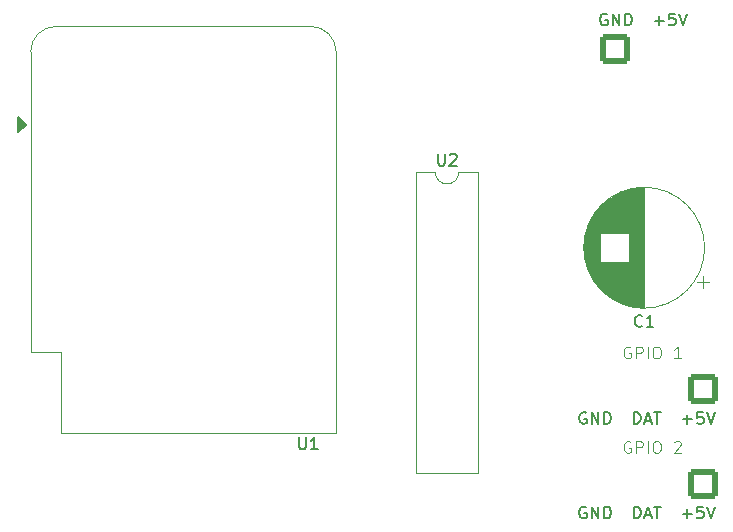
<source format=gbr>
%TF.GenerationSoftware,KiCad,Pcbnew,8.0.4*%
%TF.CreationDate,2024-09-06T23:51:22+02:00*%
%TF.ProjectId,pcb,7063622e-6b69-4636-9164-5f7063625858,rev?*%
%TF.SameCoordinates,Original*%
%TF.FileFunction,Legend,Top*%
%TF.FilePolarity,Positive*%
%FSLAX46Y46*%
G04 Gerber Fmt 4.6, Leading zero omitted, Abs format (unit mm)*
G04 Created by KiCad (PCBNEW 8.0.4) date 2024-09-06 23:51:22*
%MOMM*%
%LPD*%
G01*
G04 APERTURE LIST*
G04 Aperture macros list*
%AMRoundRect*
0 Rectangle with rounded corners*
0 $1 Rounding radius*
0 $2 $3 $4 $5 $6 $7 $8 $9 X,Y pos of 4 corners*
0 Add a 4 corners polygon primitive as box body*
4,1,4,$2,$3,$4,$5,$6,$7,$8,$9,$2,$3,0*
0 Add four circle primitives for the rounded corners*
1,1,$1+$1,$2,$3*
1,1,$1+$1,$4,$5*
1,1,$1+$1,$6,$7*
1,1,$1+$1,$8,$9*
0 Add four rect primitives between the rounded corners*
20,1,$1+$1,$2,$3,$4,$5,0*
20,1,$1+$1,$4,$5,$6,$7,0*
20,1,$1+$1,$6,$7,$8,$9,0*
20,1,$1+$1,$8,$9,$2,$3,0*%
G04 Aperture macros list end*
%ADD10C,0.100000*%
%ADD11C,0.150000*%
%ADD12C,0.120000*%
%ADD13C,2.550000*%
%ADD14RoundRect,0.249999X1.025001X1.025001X-1.025001X1.025001X-1.025001X-1.025001X1.025001X-1.025001X0*%
%ADD15R,1.600000X1.600000*%
%ADD16O,1.600000X1.600000*%
%ADD17RoundRect,0.249999X-1.025001X-1.025001X1.025001X-1.025001X1.025001X1.025001X-1.025001X1.025001X0*%
%ADD18R,2.000000X2.000000*%
%ADD19O,2.000000X1.600000*%
%ADD20C,2.000000*%
G04 APERTURE END LIST*
D10*
X126327693Y-89920038D02*
X126232455Y-89872419D01*
X126232455Y-89872419D02*
X126089598Y-89872419D01*
X126089598Y-89872419D02*
X125946741Y-89920038D01*
X125946741Y-89920038D02*
X125851503Y-90015276D01*
X125851503Y-90015276D02*
X125803884Y-90110514D01*
X125803884Y-90110514D02*
X125756265Y-90300990D01*
X125756265Y-90300990D02*
X125756265Y-90443847D01*
X125756265Y-90443847D02*
X125803884Y-90634323D01*
X125803884Y-90634323D02*
X125851503Y-90729561D01*
X125851503Y-90729561D02*
X125946741Y-90824800D01*
X125946741Y-90824800D02*
X126089598Y-90872419D01*
X126089598Y-90872419D02*
X126184836Y-90872419D01*
X126184836Y-90872419D02*
X126327693Y-90824800D01*
X126327693Y-90824800D02*
X126375312Y-90777180D01*
X126375312Y-90777180D02*
X126375312Y-90443847D01*
X126375312Y-90443847D02*
X126184836Y-90443847D01*
X126803884Y-90872419D02*
X126803884Y-89872419D01*
X126803884Y-89872419D02*
X127184836Y-89872419D01*
X127184836Y-89872419D02*
X127280074Y-89920038D01*
X127280074Y-89920038D02*
X127327693Y-89967657D01*
X127327693Y-89967657D02*
X127375312Y-90062895D01*
X127375312Y-90062895D02*
X127375312Y-90205752D01*
X127375312Y-90205752D02*
X127327693Y-90300990D01*
X127327693Y-90300990D02*
X127280074Y-90348609D01*
X127280074Y-90348609D02*
X127184836Y-90396228D01*
X127184836Y-90396228D02*
X126803884Y-90396228D01*
X127803884Y-90872419D02*
X127803884Y-89872419D01*
X128470550Y-89872419D02*
X128661026Y-89872419D01*
X128661026Y-89872419D02*
X128756264Y-89920038D01*
X128756264Y-89920038D02*
X128851502Y-90015276D01*
X128851502Y-90015276D02*
X128899121Y-90205752D01*
X128899121Y-90205752D02*
X128899121Y-90539085D01*
X128899121Y-90539085D02*
X128851502Y-90729561D01*
X128851502Y-90729561D02*
X128756264Y-90824800D01*
X128756264Y-90824800D02*
X128661026Y-90872419D01*
X128661026Y-90872419D02*
X128470550Y-90872419D01*
X128470550Y-90872419D02*
X128375312Y-90824800D01*
X128375312Y-90824800D02*
X128280074Y-90729561D01*
X128280074Y-90729561D02*
X128232455Y-90539085D01*
X128232455Y-90539085D02*
X128232455Y-90205752D01*
X128232455Y-90205752D02*
X128280074Y-90015276D01*
X128280074Y-90015276D02*
X128375312Y-89920038D01*
X128375312Y-89920038D02*
X128470550Y-89872419D01*
X130041979Y-89967657D02*
X130089598Y-89920038D01*
X130089598Y-89920038D02*
X130184836Y-89872419D01*
X130184836Y-89872419D02*
X130422931Y-89872419D01*
X130422931Y-89872419D02*
X130518169Y-89920038D01*
X130518169Y-89920038D02*
X130565788Y-89967657D01*
X130565788Y-89967657D02*
X130613407Y-90062895D01*
X130613407Y-90062895D02*
X130613407Y-90158133D01*
X130613407Y-90158133D02*
X130565788Y-90300990D01*
X130565788Y-90300990D02*
X129994360Y-90872419D01*
X129994360Y-90872419D02*
X130613407Y-90872419D01*
X126327693Y-81920038D02*
X126232455Y-81872419D01*
X126232455Y-81872419D02*
X126089598Y-81872419D01*
X126089598Y-81872419D02*
X125946741Y-81920038D01*
X125946741Y-81920038D02*
X125851503Y-82015276D01*
X125851503Y-82015276D02*
X125803884Y-82110514D01*
X125803884Y-82110514D02*
X125756265Y-82300990D01*
X125756265Y-82300990D02*
X125756265Y-82443847D01*
X125756265Y-82443847D02*
X125803884Y-82634323D01*
X125803884Y-82634323D02*
X125851503Y-82729561D01*
X125851503Y-82729561D02*
X125946741Y-82824800D01*
X125946741Y-82824800D02*
X126089598Y-82872419D01*
X126089598Y-82872419D02*
X126184836Y-82872419D01*
X126184836Y-82872419D02*
X126327693Y-82824800D01*
X126327693Y-82824800D02*
X126375312Y-82777180D01*
X126375312Y-82777180D02*
X126375312Y-82443847D01*
X126375312Y-82443847D02*
X126184836Y-82443847D01*
X126803884Y-82872419D02*
X126803884Y-81872419D01*
X126803884Y-81872419D02*
X127184836Y-81872419D01*
X127184836Y-81872419D02*
X127280074Y-81920038D01*
X127280074Y-81920038D02*
X127327693Y-81967657D01*
X127327693Y-81967657D02*
X127375312Y-82062895D01*
X127375312Y-82062895D02*
X127375312Y-82205752D01*
X127375312Y-82205752D02*
X127327693Y-82300990D01*
X127327693Y-82300990D02*
X127280074Y-82348609D01*
X127280074Y-82348609D02*
X127184836Y-82396228D01*
X127184836Y-82396228D02*
X126803884Y-82396228D01*
X127803884Y-82872419D02*
X127803884Y-81872419D01*
X128470550Y-81872419D02*
X128661026Y-81872419D01*
X128661026Y-81872419D02*
X128756264Y-81920038D01*
X128756264Y-81920038D02*
X128851502Y-82015276D01*
X128851502Y-82015276D02*
X128899121Y-82205752D01*
X128899121Y-82205752D02*
X128899121Y-82539085D01*
X128899121Y-82539085D02*
X128851502Y-82729561D01*
X128851502Y-82729561D02*
X128756264Y-82824800D01*
X128756264Y-82824800D02*
X128661026Y-82872419D01*
X128661026Y-82872419D02*
X128470550Y-82872419D01*
X128470550Y-82872419D02*
X128375312Y-82824800D01*
X128375312Y-82824800D02*
X128280074Y-82729561D01*
X128280074Y-82729561D02*
X128232455Y-82539085D01*
X128232455Y-82539085D02*
X128232455Y-82205752D01*
X128232455Y-82205752D02*
X128280074Y-82015276D01*
X128280074Y-82015276D02*
X128375312Y-81920038D01*
X128375312Y-81920038D02*
X128470550Y-81872419D01*
X130613407Y-82872419D02*
X130041979Y-82872419D01*
X130327693Y-82872419D02*
X130327693Y-81872419D01*
X130327693Y-81872419D02*
X130232455Y-82015276D01*
X130232455Y-82015276D02*
X130137217Y-82110514D01*
X130137217Y-82110514D02*
X130041979Y-82158133D01*
D11*
X122580951Y-87472438D02*
X122485713Y-87424819D01*
X122485713Y-87424819D02*
X122342856Y-87424819D01*
X122342856Y-87424819D02*
X122199999Y-87472438D01*
X122199999Y-87472438D02*
X122104761Y-87567676D01*
X122104761Y-87567676D02*
X122057142Y-87662914D01*
X122057142Y-87662914D02*
X122009523Y-87853390D01*
X122009523Y-87853390D02*
X122009523Y-87996247D01*
X122009523Y-87996247D02*
X122057142Y-88186723D01*
X122057142Y-88186723D02*
X122104761Y-88281961D01*
X122104761Y-88281961D02*
X122199999Y-88377200D01*
X122199999Y-88377200D02*
X122342856Y-88424819D01*
X122342856Y-88424819D02*
X122438094Y-88424819D01*
X122438094Y-88424819D02*
X122580951Y-88377200D01*
X122580951Y-88377200D02*
X122628570Y-88329580D01*
X122628570Y-88329580D02*
X122628570Y-87996247D01*
X122628570Y-87996247D02*
X122438094Y-87996247D01*
X123057142Y-88424819D02*
X123057142Y-87424819D01*
X123057142Y-87424819D02*
X123628570Y-88424819D01*
X123628570Y-88424819D02*
X123628570Y-87424819D01*
X124104761Y-88424819D02*
X124104761Y-87424819D01*
X124104761Y-87424819D02*
X124342856Y-87424819D01*
X124342856Y-87424819D02*
X124485713Y-87472438D01*
X124485713Y-87472438D02*
X124580951Y-87567676D01*
X124580951Y-87567676D02*
X124628570Y-87662914D01*
X124628570Y-87662914D02*
X124676189Y-87853390D01*
X124676189Y-87853390D02*
X124676189Y-87996247D01*
X124676189Y-87996247D02*
X124628570Y-88186723D01*
X124628570Y-88186723D02*
X124580951Y-88281961D01*
X124580951Y-88281961D02*
X124485713Y-88377200D01*
X124485713Y-88377200D02*
X124342856Y-88424819D01*
X124342856Y-88424819D02*
X124104761Y-88424819D01*
X126628571Y-88424819D02*
X126628571Y-87424819D01*
X126628571Y-87424819D02*
X126866666Y-87424819D01*
X126866666Y-87424819D02*
X127009523Y-87472438D01*
X127009523Y-87472438D02*
X127104761Y-87567676D01*
X127104761Y-87567676D02*
X127152380Y-87662914D01*
X127152380Y-87662914D02*
X127199999Y-87853390D01*
X127199999Y-87853390D02*
X127199999Y-87996247D01*
X127199999Y-87996247D02*
X127152380Y-88186723D01*
X127152380Y-88186723D02*
X127104761Y-88281961D01*
X127104761Y-88281961D02*
X127009523Y-88377200D01*
X127009523Y-88377200D02*
X126866666Y-88424819D01*
X126866666Y-88424819D02*
X126628571Y-88424819D01*
X127580952Y-88139104D02*
X128057142Y-88139104D01*
X127485714Y-88424819D02*
X127819047Y-87424819D01*
X127819047Y-87424819D02*
X128152380Y-88424819D01*
X128342857Y-87424819D02*
X128914285Y-87424819D01*
X128628571Y-88424819D02*
X128628571Y-87424819D01*
X130771429Y-88043866D02*
X131533334Y-88043866D01*
X131152381Y-88424819D02*
X131152381Y-87662914D01*
X132485714Y-87424819D02*
X132009524Y-87424819D01*
X132009524Y-87424819D02*
X131961905Y-87901009D01*
X131961905Y-87901009D02*
X132009524Y-87853390D01*
X132009524Y-87853390D02*
X132104762Y-87805771D01*
X132104762Y-87805771D02*
X132342857Y-87805771D01*
X132342857Y-87805771D02*
X132438095Y-87853390D01*
X132438095Y-87853390D02*
X132485714Y-87901009D01*
X132485714Y-87901009D02*
X132533333Y-87996247D01*
X132533333Y-87996247D02*
X132533333Y-88234342D01*
X132533333Y-88234342D02*
X132485714Y-88329580D01*
X132485714Y-88329580D02*
X132438095Y-88377200D01*
X132438095Y-88377200D02*
X132342857Y-88424819D01*
X132342857Y-88424819D02*
X132104762Y-88424819D01*
X132104762Y-88424819D02*
X132009524Y-88377200D01*
X132009524Y-88377200D02*
X131961905Y-88329580D01*
X132819048Y-87424819D02*
X133152381Y-88424819D01*
X133152381Y-88424819D02*
X133485714Y-87424819D01*
X110048095Y-65544819D02*
X110048095Y-66354342D01*
X110048095Y-66354342D02*
X110095714Y-66449580D01*
X110095714Y-66449580D02*
X110143333Y-66497200D01*
X110143333Y-66497200D02*
X110238571Y-66544819D01*
X110238571Y-66544819D02*
X110429047Y-66544819D01*
X110429047Y-66544819D02*
X110524285Y-66497200D01*
X110524285Y-66497200D02*
X110571904Y-66449580D01*
X110571904Y-66449580D02*
X110619523Y-66354342D01*
X110619523Y-66354342D02*
X110619523Y-65544819D01*
X111048095Y-65640057D02*
X111095714Y-65592438D01*
X111095714Y-65592438D02*
X111190952Y-65544819D01*
X111190952Y-65544819D02*
X111429047Y-65544819D01*
X111429047Y-65544819D02*
X111524285Y-65592438D01*
X111524285Y-65592438D02*
X111571904Y-65640057D01*
X111571904Y-65640057D02*
X111619523Y-65735295D01*
X111619523Y-65735295D02*
X111619523Y-65830533D01*
X111619523Y-65830533D02*
X111571904Y-65973390D01*
X111571904Y-65973390D02*
X111000476Y-66544819D01*
X111000476Y-66544819D02*
X111619523Y-66544819D01*
X124352380Y-53732438D02*
X124257142Y-53684819D01*
X124257142Y-53684819D02*
X124114285Y-53684819D01*
X124114285Y-53684819D02*
X123971428Y-53732438D01*
X123971428Y-53732438D02*
X123876190Y-53827676D01*
X123876190Y-53827676D02*
X123828571Y-53922914D01*
X123828571Y-53922914D02*
X123780952Y-54113390D01*
X123780952Y-54113390D02*
X123780952Y-54256247D01*
X123780952Y-54256247D02*
X123828571Y-54446723D01*
X123828571Y-54446723D02*
X123876190Y-54541961D01*
X123876190Y-54541961D02*
X123971428Y-54637200D01*
X123971428Y-54637200D02*
X124114285Y-54684819D01*
X124114285Y-54684819D02*
X124209523Y-54684819D01*
X124209523Y-54684819D02*
X124352380Y-54637200D01*
X124352380Y-54637200D02*
X124399999Y-54589580D01*
X124399999Y-54589580D02*
X124399999Y-54256247D01*
X124399999Y-54256247D02*
X124209523Y-54256247D01*
X124828571Y-54684819D02*
X124828571Y-53684819D01*
X124828571Y-53684819D02*
X125399999Y-54684819D01*
X125399999Y-54684819D02*
X125399999Y-53684819D01*
X125876190Y-54684819D02*
X125876190Y-53684819D01*
X125876190Y-53684819D02*
X126114285Y-53684819D01*
X126114285Y-53684819D02*
X126257142Y-53732438D01*
X126257142Y-53732438D02*
X126352380Y-53827676D01*
X126352380Y-53827676D02*
X126399999Y-53922914D01*
X126399999Y-53922914D02*
X126447618Y-54113390D01*
X126447618Y-54113390D02*
X126447618Y-54256247D01*
X126447618Y-54256247D02*
X126399999Y-54446723D01*
X126399999Y-54446723D02*
X126352380Y-54541961D01*
X126352380Y-54541961D02*
X126257142Y-54637200D01*
X126257142Y-54637200D02*
X126114285Y-54684819D01*
X126114285Y-54684819D02*
X125876190Y-54684819D01*
X128400000Y-54303866D02*
X129161905Y-54303866D01*
X128780952Y-54684819D02*
X128780952Y-53922914D01*
X130114285Y-53684819D02*
X129638095Y-53684819D01*
X129638095Y-53684819D02*
X129590476Y-54161009D01*
X129590476Y-54161009D02*
X129638095Y-54113390D01*
X129638095Y-54113390D02*
X129733333Y-54065771D01*
X129733333Y-54065771D02*
X129971428Y-54065771D01*
X129971428Y-54065771D02*
X130066666Y-54113390D01*
X130066666Y-54113390D02*
X130114285Y-54161009D01*
X130114285Y-54161009D02*
X130161904Y-54256247D01*
X130161904Y-54256247D02*
X130161904Y-54494342D01*
X130161904Y-54494342D02*
X130114285Y-54589580D01*
X130114285Y-54589580D02*
X130066666Y-54637200D01*
X130066666Y-54637200D02*
X129971428Y-54684819D01*
X129971428Y-54684819D02*
X129733333Y-54684819D01*
X129733333Y-54684819D02*
X129638095Y-54637200D01*
X129638095Y-54637200D02*
X129590476Y-54589580D01*
X130447619Y-53684819D02*
X130780952Y-54684819D01*
X130780952Y-54684819D02*
X131114285Y-53684819D01*
X122580951Y-95472438D02*
X122485713Y-95424819D01*
X122485713Y-95424819D02*
X122342856Y-95424819D01*
X122342856Y-95424819D02*
X122199999Y-95472438D01*
X122199999Y-95472438D02*
X122104761Y-95567676D01*
X122104761Y-95567676D02*
X122057142Y-95662914D01*
X122057142Y-95662914D02*
X122009523Y-95853390D01*
X122009523Y-95853390D02*
X122009523Y-95996247D01*
X122009523Y-95996247D02*
X122057142Y-96186723D01*
X122057142Y-96186723D02*
X122104761Y-96281961D01*
X122104761Y-96281961D02*
X122199999Y-96377200D01*
X122199999Y-96377200D02*
X122342856Y-96424819D01*
X122342856Y-96424819D02*
X122438094Y-96424819D01*
X122438094Y-96424819D02*
X122580951Y-96377200D01*
X122580951Y-96377200D02*
X122628570Y-96329580D01*
X122628570Y-96329580D02*
X122628570Y-95996247D01*
X122628570Y-95996247D02*
X122438094Y-95996247D01*
X123057142Y-96424819D02*
X123057142Y-95424819D01*
X123057142Y-95424819D02*
X123628570Y-96424819D01*
X123628570Y-96424819D02*
X123628570Y-95424819D01*
X124104761Y-96424819D02*
X124104761Y-95424819D01*
X124104761Y-95424819D02*
X124342856Y-95424819D01*
X124342856Y-95424819D02*
X124485713Y-95472438D01*
X124485713Y-95472438D02*
X124580951Y-95567676D01*
X124580951Y-95567676D02*
X124628570Y-95662914D01*
X124628570Y-95662914D02*
X124676189Y-95853390D01*
X124676189Y-95853390D02*
X124676189Y-95996247D01*
X124676189Y-95996247D02*
X124628570Y-96186723D01*
X124628570Y-96186723D02*
X124580951Y-96281961D01*
X124580951Y-96281961D02*
X124485713Y-96377200D01*
X124485713Y-96377200D02*
X124342856Y-96424819D01*
X124342856Y-96424819D02*
X124104761Y-96424819D01*
X126628571Y-96424819D02*
X126628571Y-95424819D01*
X126628571Y-95424819D02*
X126866666Y-95424819D01*
X126866666Y-95424819D02*
X127009523Y-95472438D01*
X127009523Y-95472438D02*
X127104761Y-95567676D01*
X127104761Y-95567676D02*
X127152380Y-95662914D01*
X127152380Y-95662914D02*
X127199999Y-95853390D01*
X127199999Y-95853390D02*
X127199999Y-95996247D01*
X127199999Y-95996247D02*
X127152380Y-96186723D01*
X127152380Y-96186723D02*
X127104761Y-96281961D01*
X127104761Y-96281961D02*
X127009523Y-96377200D01*
X127009523Y-96377200D02*
X126866666Y-96424819D01*
X126866666Y-96424819D02*
X126628571Y-96424819D01*
X127580952Y-96139104D02*
X128057142Y-96139104D01*
X127485714Y-96424819D02*
X127819047Y-95424819D01*
X127819047Y-95424819D02*
X128152380Y-96424819D01*
X128342857Y-95424819D02*
X128914285Y-95424819D01*
X128628571Y-96424819D02*
X128628571Y-95424819D01*
X130771429Y-96043866D02*
X131533334Y-96043866D01*
X131152381Y-96424819D02*
X131152381Y-95662914D01*
X132485714Y-95424819D02*
X132009524Y-95424819D01*
X132009524Y-95424819D02*
X131961905Y-95901009D01*
X131961905Y-95901009D02*
X132009524Y-95853390D01*
X132009524Y-95853390D02*
X132104762Y-95805771D01*
X132104762Y-95805771D02*
X132342857Y-95805771D01*
X132342857Y-95805771D02*
X132438095Y-95853390D01*
X132438095Y-95853390D02*
X132485714Y-95901009D01*
X132485714Y-95901009D02*
X132533333Y-95996247D01*
X132533333Y-95996247D02*
X132533333Y-96234342D01*
X132533333Y-96234342D02*
X132485714Y-96329580D01*
X132485714Y-96329580D02*
X132438095Y-96377200D01*
X132438095Y-96377200D02*
X132342857Y-96424819D01*
X132342857Y-96424819D02*
X132104762Y-96424819D01*
X132104762Y-96424819D02*
X132009524Y-96377200D01*
X132009524Y-96377200D02*
X131961905Y-96329580D01*
X132819048Y-95424819D02*
X133152381Y-96424819D01*
X133152381Y-96424819D02*
X133485714Y-95424819D01*
X98293095Y-89564819D02*
X98293095Y-90374342D01*
X98293095Y-90374342D02*
X98340714Y-90469580D01*
X98340714Y-90469580D02*
X98388333Y-90517200D01*
X98388333Y-90517200D02*
X98483571Y-90564819D01*
X98483571Y-90564819D02*
X98674047Y-90564819D01*
X98674047Y-90564819D02*
X98769285Y-90517200D01*
X98769285Y-90517200D02*
X98816904Y-90469580D01*
X98816904Y-90469580D02*
X98864523Y-90374342D01*
X98864523Y-90374342D02*
X98864523Y-89564819D01*
X99864523Y-90564819D02*
X99293095Y-90564819D01*
X99578809Y-90564819D02*
X99578809Y-89564819D01*
X99578809Y-89564819D02*
X99483571Y-89707676D01*
X99483571Y-89707676D02*
X99388333Y-89802914D01*
X99388333Y-89802914D02*
X99293095Y-89850533D01*
X127333333Y-80109580D02*
X127285714Y-80157200D01*
X127285714Y-80157200D02*
X127142857Y-80204819D01*
X127142857Y-80204819D02*
X127047619Y-80204819D01*
X127047619Y-80204819D02*
X126904762Y-80157200D01*
X126904762Y-80157200D02*
X126809524Y-80061961D01*
X126809524Y-80061961D02*
X126761905Y-79966723D01*
X126761905Y-79966723D02*
X126714286Y-79776247D01*
X126714286Y-79776247D02*
X126714286Y-79633390D01*
X126714286Y-79633390D02*
X126761905Y-79442914D01*
X126761905Y-79442914D02*
X126809524Y-79347676D01*
X126809524Y-79347676D02*
X126904762Y-79252438D01*
X126904762Y-79252438D02*
X127047619Y-79204819D01*
X127047619Y-79204819D02*
X127142857Y-79204819D01*
X127142857Y-79204819D02*
X127285714Y-79252438D01*
X127285714Y-79252438D02*
X127333333Y-79300057D01*
X128285714Y-80204819D02*
X127714286Y-80204819D01*
X128000000Y-80204819D02*
X128000000Y-79204819D01*
X128000000Y-79204819D02*
X127904762Y-79347676D01*
X127904762Y-79347676D02*
X127809524Y-79442914D01*
X127809524Y-79442914D02*
X127714286Y-79490533D01*
D12*
%TO.C,U2*%
X108160000Y-67090000D02*
X108160000Y-92610000D01*
X108160000Y-92610000D02*
X113460000Y-92610000D01*
X109810000Y-67090000D02*
X108160000Y-67090000D01*
X113460000Y-67090000D02*
X111810000Y-67090000D01*
X113460000Y-92610000D02*
X113460000Y-67090000D01*
X111810000Y-67090000D02*
G75*
G02*
X109810000Y-67090000I-1000000J0D01*
G01*
%TO.C,U1*%
X75555000Y-82330000D02*
X75555000Y-56900000D01*
X75555000Y-82330000D02*
X78095000Y-82330000D01*
X78095000Y-82330000D02*
X78095000Y-89230000D01*
X78095000Y-89230000D02*
X101415000Y-89230000D01*
X99295000Y-54770000D02*
X77685000Y-54770000D01*
X101415000Y-89230000D02*
X101415000Y-56900000D01*
X75555000Y-56900000D02*
G75*
G02*
X77685000Y-54770000I2130002J-2D01*
G01*
X99285000Y-54770000D02*
G75*
G02*
X101415000Y-56900000I0J-2130000D01*
G01*
D11*
X75150000Y-63110000D02*
X74515000Y-63745000D01*
X74515000Y-62475000D01*
X75150000Y-63110000D01*
G36*
X75150000Y-63110000D02*
G01*
X74515000Y-63745000D01*
X74515000Y-62475000D01*
X75150000Y-63110000D01*
G37*
D12*
%TO.C,C1*%
X132979646Y-76375000D02*
X131979646Y-76375000D01*
X132479646Y-76875000D02*
X132479646Y-75875000D01*
X127500000Y-78580000D02*
X127500000Y-68420000D01*
X127460000Y-78580000D02*
X127460000Y-68420000D01*
X127420000Y-78580000D02*
X127420000Y-68420000D01*
X127380000Y-78579000D02*
X127380000Y-68421000D01*
X127340000Y-78578000D02*
X127340000Y-68422000D01*
X127300000Y-78577000D02*
X127300000Y-68423000D01*
X127260000Y-78575000D02*
X127260000Y-68425000D01*
X127220000Y-78573000D02*
X127220000Y-68427000D01*
X127180000Y-78570000D02*
X127180000Y-68430000D01*
X127140000Y-78568000D02*
X127140000Y-68432000D01*
X127100000Y-78565000D02*
X127100000Y-68435000D01*
X127060000Y-78562000D02*
X127060000Y-68438000D01*
X127020000Y-78558000D02*
X127020000Y-68442000D01*
X126980000Y-78554000D02*
X126980000Y-68446000D01*
X126940000Y-78550000D02*
X126940000Y-68450000D01*
X126900000Y-78545000D02*
X126900000Y-68455000D01*
X126860000Y-78540000D02*
X126860000Y-68460000D01*
X126820000Y-78535000D02*
X126820000Y-68465000D01*
X126779000Y-78530000D02*
X126779000Y-68470000D01*
X126739000Y-78524000D02*
X126739000Y-68476000D01*
X126699000Y-78518000D02*
X126699000Y-68482000D01*
X126659000Y-78511000D02*
X126659000Y-68489000D01*
X126619000Y-78504000D02*
X126619000Y-68496000D01*
X126579000Y-78497000D02*
X126579000Y-68503000D01*
X126539000Y-78490000D02*
X126539000Y-68510000D01*
X126499000Y-78482000D02*
X126499000Y-68518000D01*
X126459000Y-78474000D02*
X126459000Y-68526000D01*
X126419000Y-78465000D02*
X126419000Y-68535000D01*
X126379000Y-78456000D02*
X126379000Y-68544000D01*
X126339000Y-78447000D02*
X126339000Y-68553000D01*
X126299000Y-78438000D02*
X126299000Y-68562000D01*
X126259000Y-78428000D02*
X126259000Y-68572000D01*
X126219000Y-78418000D02*
X126219000Y-74741000D01*
X126219000Y-72259000D02*
X126219000Y-68582000D01*
X126179000Y-78407000D02*
X126179000Y-74741000D01*
X126179000Y-72259000D02*
X126179000Y-68593000D01*
X126139000Y-78397000D02*
X126139000Y-74741000D01*
X126139000Y-72259000D02*
X126139000Y-68603000D01*
X126099000Y-78385000D02*
X126099000Y-74741000D01*
X126099000Y-72259000D02*
X126099000Y-68615000D01*
X126059000Y-78374000D02*
X126059000Y-74741000D01*
X126059000Y-72259000D02*
X126059000Y-68626000D01*
X126019000Y-78362000D02*
X126019000Y-74741000D01*
X126019000Y-72259000D02*
X126019000Y-68638000D01*
X125979000Y-78350000D02*
X125979000Y-74741000D01*
X125979000Y-72259000D02*
X125979000Y-68650000D01*
X125939000Y-78337000D02*
X125939000Y-74741000D01*
X125939000Y-72259000D02*
X125939000Y-68663000D01*
X125899000Y-78324000D02*
X125899000Y-74741000D01*
X125899000Y-72259000D02*
X125899000Y-68676000D01*
X125859000Y-78311000D02*
X125859000Y-74741000D01*
X125859000Y-72259000D02*
X125859000Y-68689000D01*
X125819000Y-78297000D02*
X125819000Y-74741000D01*
X125819000Y-72259000D02*
X125819000Y-68703000D01*
X125779000Y-78283000D02*
X125779000Y-74741000D01*
X125779000Y-72259000D02*
X125779000Y-68717000D01*
X125739000Y-78268000D02*
X125739000Y-74741000D01*
X125739000Y-72259000D02*
X125739000Y-68732000D01*
X125699000Y-78254000D02*
X125699000Y-74741000D01*
X125699000Y-72259000D02*
X125699000Y-68746000D01*
X125659000Y-78238000D02*
X125659000Y-74741000D01*
X125659000Y-72259000D02*
X125659000Y-68762000D01*
X125619000Y-78223000D02*
X125619000Y-74741000D01*
X125619000Y-72259000D02*
X125619000Y-68777000D01*
X125579000Y-78207000D02*
X125579000Y-74741000D01*
X125579000Y-72259000D02*
X125579000Y-68793000D01*
X125539000Y-78190000D02*
X125539000Y-74741000D01*
X125539000Y-72259000D02*
X125539000Y-68810000D01*
X125499000Y-78174000D02*
X125499000Y-74741000D01*
X125499000Y-72259000D02*
X125499000Y-68826000D01*
X125459000Y-78157000D02*
X125459000Y-74741000D01*
X125459000Y-72259000D02*
X125459000Y-68843000D01*
X125419000Y-78139000D02*
X125419000Y-74741000D01*
X125419000Y-72259000D02*
X125419000Y-68861000D01*
X125379000Y-78121000D02*
X125379000Y-74741000D01*
X125379000Y-72259000D02*
X125379000Y-68879000D01*
X125339000Y-78103000D02*
X125339000Y-74741000D01*
X125339000Y-72259000D02*
X125339000Y-68897000D01*
X125299000Y-78084000D02*
X125299000Y-74741000D01*
X125299000Y-72259000D02*
X125299000Y-68916000D01*
X125259000Y-78064000D02*
X125259000Y-74741000D01*
X125259000Y-72259000D02*
X125259000Y-68936000D01*
X125219000Y-78045000D02*
X125219000Y-74741000D01*
X125219000Y-72259000D02*
X125219000Y-68955000D01*
X125179000Y-78025000D02*
X125179000Y-74741000D01*
X125179000Y-72259000D02*
X125179000Y-68975000D01*
X125139000Y-78004000D02*
X125139000Y-74741000D01*
X125139000Y-72259000D02*
X125139000Y-68996000D01*
X125099000Y-77983000D02*
X125099000Y-74741000D01*
X125099000Y-72259000D02*
X125099000Y-69017000D01*
X125059000Y-77962000D02*
X125059000Y-74741000D01*
X125059000Y-72259000D02*
X125059000Y-69038000D01*
X125019000Y-77940000D02*
X125019000Y-74741000D01*
X125019000Y-72259000D02*
X125019000Y-69060000D01*
X124979000Y-77917000D02*
X124979000Y-74741000D01*
X124979000Y-72259000D02*
X124979000Y-69083000D01*
X124939000Y-77895000D02*
X124939000Y-74741000D01*
X124939000Y-72259000D02*
X124939000Y-69105000D01*
X124899000Y-77871000D02*
X124899000Y-74741000D01*
X124899000Y-72259000D02*
X124899000Y-69129000D01*
X124859000Y-77847000D02*
X124859000Y-74741000D01*
X124859000Y-72259000D02*
X124859000Y-69153000D01*
X124819000Y-77823000D02*
X124819000Y-74741000D01*
X124819000Y-72259000D02*
X124819000Y-69177000D01*
X124779000Y-77798000D02*
X124779000Y-74741000D01*
X124779000Y-72259000D02*
X124779000Y-69202000D01*
X124739000Y-77773000D02*
X124739000Y-74741000D01*
X124739000Y-72259000D02*
X124739000Y-69227000D01*
X124699000Y-77747000D02*
X124699000Y-74741000D01*
X124699000Y-72259000D02*
X124699000Y-69253000D01*
X124659000Y-77721000D02*
X124659000Y-74741000D01*
X124659000Y-72259000D02*
X124659000Y-69279000D01*
X124619000Y-77694000D02*
X124619000Y-74741000D01*
X124619000Y-72259000D02*
X124619000Y-69306000D01*
X124579000Y-77666000D02*
X124579000Y-74741000D01*
X124579000Y-72259000D02*
X124579000Y-69334000D01*
X124539000Y-77638000D02*
X124539000Y-74741000D01*
X124539000Y-72259000D02*
X124539000Y-69362000D01*
X124499000Y-77610000D02*
X124499000Y-74741000D01*
X124499000Y-72259000D02*
X124499000Y-69390000D01*
X124459000Y-77580000D02*
X124459000Y-74741000D01*
X124459000Y-72259000D02*
X124459000Y-69420000D01*
X124419000Y-77550000D02*
X124419000Y-74741000D01*
X124419000Y-72259000D02*
X124419000Y-69450000D01*
X124379000Y-77520000D02*
X124379000Y-74741000D01*
X124379000Y-72259000D02*
X124379000Y-69480000D01*
X124339000Y-77489000D02*
X124339000Y-74741000D01*
X124339000Y-72259000D02*
X124339000Y-69511000D01*
X124299000Y-77457000D02*
X124299000Y-74741000D01*
X124299000Y-72259000D02*
X124299000Y-69543000D01*
X124259000Y-77425000D02*
X124259000Y-74741000D01*
X124259000Y-72259000D02*
X124259000Y-69575000D01*
X124219000Y-77392000D02*
X124219000Y-74741000D01*
X124219000Y-72259000D02*
X124219000Y-69608000D01*
X124179000Y-77358000D02*
X124179000Y-74741000D01*
X124179000Y-72259000D02*
X124179000Y-69642000D01*
X124139000Y-77324000D02*
X124139000Y-74741000D01*
X124139000Y-72259000D02*
X124139000Y-69676000D01*
X124099000Y-77289000D02*
X124099000Y-74741000D01*
X124099000Y-72259000D02*
X124099000Y-69711000D01*
X124059000Y-77253000D02*
X124059000Y-74741000D01*
X124059000Y-72259000D02*
X124059000Y-69747000D01*
X124019000Y-77216000D02*
X124019000Y-74741000D01*
X124019000Y-72259000D02*
X124019000Y-69784000D01*
X123979000Y-77179000D02*
X123979000Y-74741000D01*
X123979000Y-72259000D02*
X123979000Y-69821000D01*
X123939000Y-77140000D02*
X123939000Y-74741000D01*
X123939000Y-72259000D02*
X123939000Y-69860000D01*
X123899000Y-77101000D02*
X123899000Y-74741000D01*
X123899000Y-72259000D02*
X123899000Y-69899000D01*
X123859000Y-77061000D02*
X123859000Y-74741000D01*
X123859000Y-72259000D02*
X123859000Y-69939000D01*
X123819000Y-77020000D02*
X123819000Y-74741000D01*
X123819000Y-72259000D02*
X123819000Y-69980000D01*
X123779000Y-76978000D02*
X123779000Y-74741000D01*
X123779000Y-72259000D02*
X123779000Y-70022000D01*
X123739000Y-76936000D02*
X123739000Y-70064000D01*
X123699000Y-76892000D02*
X123699000Y-70108000D01*
X123659000Y-76847000D02*
X123659000Y-70153000D01*
X123619000Y-76801000D02*
X123619000Y-70199000D01*
X123579000Y-76754000D02*
X123579000Y-70246000D01*
X123539000Y-76706000D02*
X123539000Y-70294000D01*
X123499000Y-76656000D02*
X123499000Y-70344000D01*
X123459000Y-76606000D02*
X123459000Y-70394000D01*
X123419000Y-76554000D02*
X123419000Y-70446000D01*
X123379000Y-76500000D02*
X123379000Y-70500000D01*
X123339000Y-76445000D02*
X123339000Y-70555000D01*
X123299000Y-76389000D02*
X123299000Y-70611000D01*
X123259000Y-76330000D02*
X123259000Y-70670000D01*
X123219000Y-76270000D02*
X123219000Y-70730000D01*
X123179000Y-76209000D02*
X123179000Y-70791000D01*
X123139000Y-76145000D02*
X123139000Y-70855000D01*
X123099000Y-76079000D02*
X123099000Y-70921000D01*
X123059000Y-76010000D02*
X123059000Y-70990000D01*
X123019000Y-75939000D02*
X123019000Y-71061000D01*
X122979000Y-75865000D02*
X122979000Y-71135000D01*
X122939000Y-75789000D02*
X122939000Y-71211000D01*
X122899000Y-75709000D02*
X122899000Y-71291000D01*
X122859000Y-75625000D02*
X122859000Y-71375000D01*
X122819000Y-75537000D02*
X122819000Y-71463000D01*
X122779000Y-75444000D02*
X122779000Y-71556000D01*
X122739000Y-75346000D02*
X122739000Y-71654000D01*
X122699000Y-75242000D02*
X122699000Y-71758000D01*
X122659000Y-75130000D02*
X122659000Y-71870000D01*
X122619000Y-75010000D02*
X122619000Y-71990000D01*
X122579000Y-74878000D02*
X122579000Y-72122000D01*
X122539000Y-74730000D02*
X122539000Y-72270000D01*
X122499000Y-74562000D02*
X122499000Y-72438000D01*
X122459000Y-74362000D02*
X122459000Y-72638000D01*
X122419000Y-74099000D02*
X122419000Y-72901000D01*
X132620000Y-73500000D02*
G75*
G02*
X122380000Y-73500000I-5120000J0D01*
G01*
X122380000Y-73500000D02*
G75*
G02*
X132620000Y-73500000I5120000J0D01*
G01*
%TD*%
%LPC*%
D13*
%TO.C,GND  DAT  +5V*%
X122900000Y-85500000D03*
X127700000Y-85500000D03*
D14*
X132500000Y-85500000D03*
%TD*%
D15*
%TO.C,U2*%
X107000000Y-68420000D03*
D16*
X107000000Y-70960000D03*
X107000000Y-73500000D03*
X107000000Y-76040000D03*
X107000000Y-78580000D03*
X107000000Y-81120000D03*
X107000000Y-83660000D03*
X107000000Y-86200000D03*
X107000000Y-88740000D03*
X107000000Y-91280000D03*
X114620000Y-91280000D03*
X114620000Y-88740000D03*
X114620000Y-86200000D03*
X114620000Y-83660000D03*
X114620000Y-81120000D03*
X114620000Y-78580000D03*
X114620000Y-76040000D03*
X114620000Y-73500000D03*
X114620000Y-70960000D03*
X114620000Y-68420000D03*
%TD*%
D17*
%TO.C,GND  +5V*%
X125000000Y-56700000D03*
D13*
X129800000Y-56700000D03*
%TD*%
%TO.C,GND  DAT  +5V*%
X122900000Y-93500000D03*
X127700000Y-93500000D03*
D14*
X132500000Y-93500000D03*
%TD*%
D18*
%TO.C,U1*%
X77055000Y-63110000D03*
D19*
X77055000Y-65650000D03*
X77055000Y-68190000D03*
X77055000Y-70730000D03*
X77055000Y-73270000D03*
X77055000Y-75810000D03*
X77055000Y-78350000D03*
X77055000Y-80890000D03*
X99915000Y-80890000D03*
X99915000Y-78350000D03*
X99915000Y-75810000D03*
X99915000Y-73270000D03*
X99915000Y-70730000D03*
X99915000Y-68190000D03*
X99915000Y-65650000D03*
X99915000Y-63110000D03*
%TD*%
D18*
%TO.C,C1*%
X130000000Y-73500000D03*
D20*
X125000000Y-73500000D03*
%TD*%
%LPD*%
M02*

</source>
